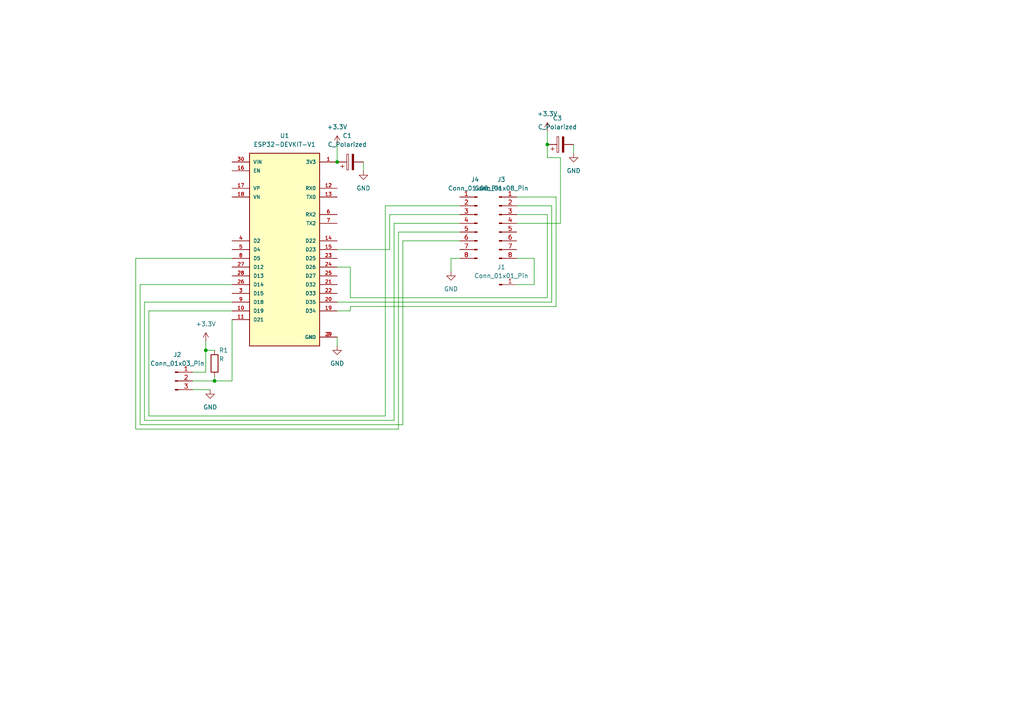
<source format=kicad_sch>
(kicad_sch (version 20230121) (generator eeschema)

  (uuid 57215bcd-06c0-4a2f-862b-6be181b216c0)

  (paper "A4")

  (lib_symbols
    (symbol "Connector:Conn_01x01_Pin" (pin_names (offset 1.016) hide) (in_bom yes) (on_board yes)
      (property "Reference" "J" (at 0 2.54 0)
        (effects (font (size 1.27 1.27)))
      )
      (property "Value" "Conn_01x01_Pin" (at 0 -2.54 0)
        (effects (font (size 1.27 1.27)))
      )
      (property "Footprint" "" (at 0 0 0)
        (effects (font (size 1.27 1.27)) hide)
      )
      (property "Datasheet" "~" (at 0 0 0)
        (effects (font (size 1.27 1.27)) hide)
      )
      (property "ki_locked" "" (at 0 0 0)
        (effects (font (size 1.27 1.27)))
      )
      (property "ki_keywords" "connector" (at 0 0 0)
        (effects (font (size 1.27 1.27)) hide)
      )
      (property "ki_description" "Generic connector, single row, 01x01, script generated" (at 0 0 0)
        (effects (font (size 1.27 1.27)) hide)
      )
      (property "ki_fp_filters" "Connector*:*_1x??_*" (at 0 0 0)
        (effects (font (size 1.27 1.27)) hide)
      )
      (symbol "Conn_01x01_Pin_1_1"
        (polyline
          (pts
            (xy 1.27 0)
            (xy 0.8636 0)
          )
          (stroke (width 0.1524) (type default))
          (fill (type none))
        )
        (rectangle (start 0.8636 0.127) (end 0 -0.127)
          (stroke (width 0.1524) (type default))
          (fill (type outline))
        )
        (pin passive line (at 5.08 0 180) (length 3.81)
          (name "Pin_1" (effects (font (size 1.27 1.27))))
          (number "1" (effects (font (size 1.27 1.27))))
        )
      )
    )
    (symbol "Connector:Conn_01x03_Pin" (pin_names (offset 1.016) hide) (in_bom yes) (on_board yes)
      (property "Reference" "J" (at 0 5.08 0)
        (effects (font (size 1.27 1.27)))
      )
      (property "Value" "Conn_01x03_Pin" (at 0 -5.08 0)
        (effects (font (size 1.27 1.27)))
      )
      (property "Footprint" "" (at 0 0 0)
        (effects (font (size 1.27 1.27)) hide)
      )
      (property "Datasheet" "~" (at 0 0 0)
        (effects (font (size 1.27 1.27)) hide)
      )
      (property "ki_locked" "" (at 0 0 0)
        (effects (font (size 1.27 1.27)))
      )
      (property "ki_keywords" "connector" (at 0 0 0)
        (effects (font (size 1.27 1.27)) hide)
      )
      (property "ki_description" "Generic connector, single row, 01x03, script generated" (at 0 0 0)
        (effects (font (size 1.27 1.27)) hide)
      )
      (property "ki_fp_filters" "Connector*:*_1x??_*" (at 0 0 0)
        (effects (font (size 1.27 1.27)) hide)
      )
      (symbol "Conn_01x03_Pin_1_1"
        (polyline
          (pts
            (xy 1.27 -2.54)
            (xy 0.8636 -2.54)
          )
          (stroke (width 0.1524) (type default))
          (fill (type none))
        )
        (polyline
          (pts
            (xy 1.27 0)
            (xy 0.8636 0)
          )
          (stroke (width 0.1524) (type default))
          (fill (type none))
        )
        (polyline
          (pts
            (xy 1.27 2.54)
            (xy 0.8636 2.54)
          )
          (stroke (width 0.1524) (type default))
          (fill (type none))
        )
        (rectangle (start 0.8636 -2.413) (end 0 -2.667)
          (stroke (width 0.1524) (type default))
          (fill (type outline))
        )
        (rectangle (start 0.8636 0.127) (end 0 -0.127)
          (stroke (width 0.1524) (type default))
          (fill (type outline))
        )
        (rectangle (start 0.8636 2.667) (end 0 2.413)
          (stroke (width 0.1524) (type default))
          (fill (type outline))
        )
        (pin passive line (at 5.08 2.54 180) (length 3.81)
          (name "Pin_1" (effects (font (size 1.27 1.27))))
          (number "1" (effects (font (size 1.27 1.27))))
        )
        (pin passive line (at 5.08 0 180) (length 3.81)
          (name "Pin_2" (effects (font (size 1.27 1.27))))
          (number "2" (effects (font (size 1.27 1.27))))
        )
        (pin passive line (at 5.08 -2.54 180) (length 3.81)
          (name "Pin_3" (effects (font (size 1.27 1.27))))
          (number "3" (effects (font (size 1.27 1.27))))
        )
      )
    )
    (symbol "Connector:Conn_01x08_Pin" (pin_names (offset 1.016) hide) (in_bom yes) (on_board yes)
      (property "Reference" "J" (at 0 10.16 0)
        (effects (font (size 1.27 1.27)))
      )
      (property "Value" "Conn_01x08_Pin" (at 0 -12.7 0)
        (effects (font (size 1.27 1.27)))
      )
      (property "Footprint" "" (at 0 0 0)
        (effects (font (size 1.27 1.27)) hide)
      )
      (property "Datasheet" "~" (at 0 0 0)
        (effects (font (size 1.27 1.27)) hide)
      )
      (property "ki_locked" "" (at 0 0 0)
        (effects (font (size 1.27 1.27)))
      )
      (property "ki_keywords" "connector" (at 0 0 0)
        (effects (font (size 1.27 1.27)) hide)
      )
      (property "ki_description" "Generic connector, single row, 01x08, script generated" (at 0 0 0)
        (effects (font (size 1.27 1.27)) hide)
      )
      (property "ki_fp_filters" "Connector*:*_1x??_*" (at 0 0 0)
        (effects (font (size 1.27 1.27)) hide)
      )
      (symbol "Conn_01x08_Pin_1_1"
        (polyline
          (pts
            (xy 1.27 -10.16)
            (xy 0.8636 -10.16)
          )
          (stroke (width 0.1524) (type default))
          (fill (type none))
        )
        (polyline
          (pts
            (xy 1.27 -7.62)
            (xy 0.8636 -7.62)
          )
          (stroke (width 0.1524) (type default))
          (fill (type none))
        )
        (polyline
          (pts
            (xy 1.27 -5.08)
            (xy 0.8636 -5.08)
          )
          (stroke (width 0.1524) (type default))
          (fill (type none))
        )
        (polyline
          (pts
            (xy 1.27 -2.54)
            (xy 0.8636 -2.54)
          )
          (stroke (width 0.1524) (type default))
          (fill (type none))
        )
        (polyline
          (pts
            (xy 1.27 0)
            (xy 0.8636 0)
          )
          (stroke (width 0.1524) (type default))
          (fill (type none))
        )
        (polyline
          (pts
            (xy 1.27 2.54)
            (xy 0.8636 2.54)
          )
          (stroke (width 0.1524) (type default))
          (fill (type none))
        )
        (polyline
          (pts
            (xy 1.27 5.08)
            (xy 0.8636 5.08)
          )
          (stroke (width 0.1524) (type default))
          (fill (type none))
        )
        (polyline
          (pts
            (xy 1.27 7.62)
            (xy 0.8636 7.62)
          )
          (stroke (width 0.1524) (type default))
          (fill (type none))
        )
        (rectangle (start 0.8636 -10.033) (end 0 -10.287)
          (stroke (width 0.1524) (type default))
          (fill (type outline))
        )
        (rectangle (start 0.8636 -7.493) (end 0 -7.747)
          (stroke (width 0.1524) (type default))
          (fill (type outline))
        )
        (rectangle (start 0.8636 -4.953) (end 0 -5.207)
          (stroke (width 0.1524) (type default))
          (fill (type outline))
        )
        (rectangle (start 0.8636 -2.413) (end 0 -2.667)
          (stroke (width 0.1524) (type default))
          (fill (type outline))
        )
        (rectangle (start 0.8636 0.127) (end 0 -0.127)
          (stroke (width 0.1524) (type default))
          (fill (type outline))
        )
        (rectangle (start 0.8636 2.667) (end 0 2.413)
          (stroke (width 0.1524) (type default))
          (fill (type outline))
        )
        (rectangle (start 0.8636 5.207) (end 0 4.953)
          (stroke (width 0.1524) (type default))
          (fill (type outline))
        )
        (rectangle (start 0.8636 7.747) (end 0 7.493)
          (stroke (width 0.1524) (type default))
          (fill (type outline))
        )
        (pin passive line (at 5.08 7.62 180) (length 3.81)
          (name "Pin_1" (effects (font (size 1.27 1.27))))
          (number "1" (effects (font (size 1.27 1.27))))
        )
        (pin passive line (at 5.08 5.08 180) (length 3.81)
          (name "Pin_2" (effects (font (size 1.27 1.27))))
          (number "2" (effects (font (size 1.27 1.27))))
        )
        (pin passive line (at 5.08 2.54 180) (length 3.81)
          (name "Pin_3" (effects (font (size 1.27 1.27))))
          (number "3" (effects (font (size 1.27 1.27))))
        )
        (pin passive line (at 5.08 0 180) (length 3.81)
          (name "Pin_4" (effects (font (size 1.27 1.27))))
          (number "4" (effects (font (size 1.27 1.27))))
        )
        (pin passive line (at 5.08 -2.54 180) (length 3.81)
          (name "Pin_5" (effects (font (size 1.27 1.27))))
          (number "5" (effects (font (size 1.27 1.27))))
        )
        (pin passive line (at 5.08 -5.08 180) (length 3.81)
          (name "Pin_6" (effects (font (size 1.27 1.27))))
          (number "6" (effects (font (size 1.27 1.27))))
        )
        (pin passive line (at 5.08 -7.62 180) (length 3.81)
          (name "Pin_7" (effects (font (size 1.27 1.27))))
          (number "7" (effects (font (size 1.27 1.27))))
        )
        (pin passive line (at 5.08 -10.16 180) (length 3.81)
          (name "Pin_8" (effects (font (size 1.27 1.27))))
          (number "8" (effects (font (size 1.27 1.27))))
        )
      )
    )
    (symbol "Device:C_Polarized" (pin_numbers hide) (pin_names (offset 0.254)) (in_bom yes) (on_board yes)
      (property "Reference" "C" (at 0.635 2.54 0)
        (effects (font (size 1.27 1.27)) (justify left))
      )
      (property "Value" "C_Polarized" (at 0.635 -2.54 0)
        (effects (font (size 1.27 1.27)) (justify left))
      )
      (property "Footprint" "" (at 0.9652 -3.81 0)
        (effects (font (size 1.27 1.27)) hide)
      )
      (property "Datasheet" "~" (at 0 0 0)
        (effects (font (size 1.27 1.27)) hide)
      )
      (property "ki_keywords" "cap capacitor" (at 0 0 0)
        (effects (font (size 1.27 1.27)) hide)
      )
      (property "ki_description" "Polarized capacitor" (at 0 0 0)
        (effects (font (size 1.27 1.27)) hide)
      )
      (property "ki_fp_filters" "CP_*" (at 0 0 0)
        (effects (font (size 1.27 1.27)) hide)
      )
      (symbol "C_Polarized_0_1"
        (rectangle (start -2.286 0.508) (end 2.286 1.016)
          (stroke (width 0) (type default))
          (fill (type none))
        )
        (polyline
          (pts
            (xy -1.778 2.286)
            (xy -0.762 2.286)
          )
          (stroke (width 0) (type default))
          (fill (type none))
        )
        (polyline
          (pts
            (xy -1.27 2.794)
            (xy -1.27 1.778)
          )
          (stroke (width 0) (type default))
          (fill (type none))
        )
        (rectangle (start 2.286 -0.508) (end -2.286 -1.016)
          (stroke (width 0) (type default))
          (fill (type outline))
        )
      )
      (symbol "C_Polarized_1_1"
        (pin passive line (at 0 3.81 270) (length 2.794)
          (name "~" (effects (font (size 1.27 1.27))))
          (number "1" (effects (font (size 1.27 1.27))))
        )
        (pin passive line (at 0 -3.81 90) (length 2.794)
          (name "~" (effects (font (size 1.27 1.27))))
          (number "2" (effects (font (size 1.27 1.27))))
        )
      )
    )
    (symbol "Device:R" (pin_numbers hide) (pin_names (offset 0)) (in_bom yes) (on_board yes)
      (property "Reference" "R" (at 2.032 0 90)
        (effects (font (size 1.27 1.27)))
      )
      (property "Value" "R" (at 0 0 90)
        (effects (font (size 1.27 1.27)))
      )
      (property "Footprint" "" (at -1.778 0 90)
        (effects (font (size 1.27 1.27)) hide)
      )
      (property "Datasheet" "~" (at 0 0 0)
        (effects (font (size 1.27 1.27)) hide)
      )
      (property "ki_keywords" "R res resistor" (at 0 0 0)
        (effects (font (size 1.27 1.27)) hide)
      )
      (property "ki_description" "Resistor" (at 0 0 0)
        (effects (font (size 1.27 1.27)) hide)
      )
      (property "ki_fp_filters" "R_*" (at 0 0 0)
        (effects (font (size 1.27 1.27)) hide)
      )
      (symbol "R_0_1"
        (rectangle (start -1.016 -2.54) (end 1.016 2.54)
          (stroke (width 0.254) (type default))
          (fill (type none))
        )
      )
      (symbol "R_1_1"
        (pin passive line (at 0 3.81 270) (length 1.27)
          (name "~" (effects (font (size 1.27 1.27))))
          (number "1" (effects (font (size 1.27 1.27))))
        )
        (pin passive line (at 0 -3.81 90) (length 1.27)
          (name "~" (effects (font (size 1.27 1.27))))
          (number "2" (effects (font (size 1.27 1.27))))
        )
      )
    )
    (symbol "ESP32-DEVKIT-V1:ESP32-DEVKIT-V1" (pin_names (offset 1.016)) (in_bom yes) (on_board yes)
      (property "Reference" "U" (at -10.16 30.48 0)
        (effects (font (size 1.27 1.27)) (justify left top))
      )
      (property "Value" "ESP32-DEVKIT-V1" (at -10.16 -30.48 0)
        (effects (font (size 1.27 1.27)) (justify left bottom))
      )
      (property "Footprint" "ESP32-DEVKIT-V1:MODULE_ESP32_DEVKIT_V1" (at 0 0 0)
        (effects (font (size 1.27 1.27)) (justify bottom) hide)
      )
      (property "Datasheet" "" (at 0 0 0)
        (effects (font (size 1.27 1.27)) hide)
      )
      (property "MF" "Do it" (at 0 0 0)
        (effects (font (size 1.27 1.27)) (justify bottom) hide)
      )
      (property "MAXIMUM_PACKAGE_HEIGHT" "6.8 mm" (at 0 0 0)
        (effects (font (size 1.27 1.27)) (justify bottom) hide)
      )
      (property "Package" "None" (at 0 0 0)
        (effects (font (size 1.27 1.27)) (justify bottom) hide)
      )
      (property "Price" "None" (at 0 0 0)
        (effects (font (size 1.27 1.27)) (justify bottom) hide)
      )
      (property "Check_prices" "https://www.snapeda.com/parts/ESP32-DEVKIT-V1/Do+it/view-part/?ref=eda" (at 0 0 0)
        (effects (font (size 1.27 1.27)) (justify bottom) hide)
      )
      (property "STANDARD" "Manufacturer Recommendations" (at 0 0 0)
        (effects (font (size 1.27 1.27)) (justify bottom) hide)
      )
      (property "PARTREV" "N/A" (at 0 0 0)
        (effects (font (size 1.27 1.27)) (justify bottom) hide)
      )
      (property "SnapEDA_Link" "https://www.snapeda.com/parts/ESP32-DEVKIT-V1/Do+it/view-part/?ref=snap" (at 0 0 0)
        (effects (font (size 1.27 1.27)) (justify bottom) hide)
      )
      (property "MP" "ESP32-DEVKIT-V1" (at 0 0 0)
        (effects (font (size 1.27 1.27)) (justify bottom) hide)
      )
      (property "Description" "\nDual core, Wi-Fi: 2.4 GHz up to 150 Mbits/s,BLE (Bluetooth Low Energy) and legacy Bluetooth, 32 bits, Up to 240 MHz\n" (at 0 0 0)
        (effects (font (size 1.27 1.27)) (justify bottom) hide)
      )
      (property "Availability" "Not in stock" (at 0 0 0)
        (effects (font (size 1.27 1.27)) (justify bottom) hide)
      )
      (property "MANUFACTURER" "DOIT" (at 0 0 0)
        (effects (font (size 1.27 1.27)) (justify bottom) hide)
      )
      (symbol "ESP32-DEVKIT-V1_0_0"
        (rectangle (start -10.16 -27.94) (end 10.16 27.94)
          (stroke (width 0.254) (type default))
          (fill (type background))
        )
        (pin output line (at 15.24 25.4 180) (length 5.08)
          (name "3V3" (effects (font (size 1.016 1.016))))
          (number "1" (effects (font (size 1.016 1.016))))
        )
        (pin bidirectional line (at -15.24 -17.78 0) (length 5.08)
          (name "D19" (effects (font (size 1.016 1.016))))
          (number "10" (effects (font (size 1.016 1.016))))
        )
        (pin bidirectional line (at -15.24 -20.32 0) (length 5.08)
          (name "D21" (effects (font (size 1.016 1.016))))
          (number "11" (effects (font (size 1.016 1.016))))
        )
        (pin input line (at 15.24 17.78 180) (length 5.08)
          (name "RX0" (effects (font (size 1.016 1.016))))
          (number "12" (effects (font (size 1.016 1.016))))
        )
        (pin output line (at 15.24 15.24 180) (length 5.08)
          (name "TX0" (effects (font (size 1.016 1.016))))
          (number "13" (effects (font (size 1.016 1.016))))
        )
        (pin bidirectional line (at 15.24 2.54 180) (length 5.08)
          (name "D22" (effects (font (size 1.016 1.016))))
          (number "14" (effects (font (size 1.016 1.016))))
        )
        (pin bidirectional line (at 15.24 0 180) (length 5.08)
          (name "D23" (effects (font (size 1.016 1.016))))
          (number "15" (effects (font (size 1.016 1.016))))
        )
        (pin input line (at -15.24 22.86 0) (length 5.08)
          (name "EN" (effects (font (size 1.016 1.016))))
          (number "16" (effects (font (size 1.016 1.016))))
        )
        (pin bidirectional line (at -15.24 17.78 0) (length 5.08)
          (name "VP" (effects (font (size 1.016 1.016))))
          (number "17" (effects (font (size 1.016 1.016))))
        )
        (pin bidirectional line (at -15.24 15.24 0) (length 5.08)
          (name "VN" (effects (font (size 1.016 1.016))))
          (number "18" (effects (font (size 1.016 1.016))))
        )
        (pin bidirectional line (at 15.24 -17.78 180) (length 5.08)
          (name "D34" (effects (font (size 1.016 1.016))))
          (number "19" (effects (font (size 1.016 1.016))))
        )
        (pin power_in line (at 15.24 -25.4 180) (length 5.08)
          (name "GND" (effects (font (size 1.016 1.016))))
          (number "2" (effects (font (size 1.016 1.016))))
        )
        (pin bidirectional line (at 15.24 -15.24 180) (length 5.08)
          (name "D35" (effects (font (size 1.016 1.016))))
          (number "20" (effects (font (size 1.016 1.016))))
        )
        (pin bidirectional line (at 15.24 -10.16 180) (length 5.08)
          (name "D32" (effects (font (size 1.016 1.016))))
          (number "21" (effects (font (size 1.016 1.016))))
        )
        (pin bidirectional line (at 15.24 -12.7 180) (length 5.08)
          (name "D33" (effects (font (size 1.016 1.016))))
          (number "22" (effects (font (size 1.016 1.016))))
        )
        (pin bidirectional line (at 15.24 -2.54 180) (length 5.08)
          (name "D25" (effects (font (size 1.016 1.016))))
          (number "23" (effects (font (size 1.016 1.016))))
        )
        (pin bidirectional line (at 15.24 -5.08 180) (length 5.08)
          (name "D26" (effects (font (size 1.016 1.016))))
          (number "24" (effects (font (size 1.016 1.016))))
        )
        (pin bidirectional line (at 15.24 -7.62 180) (length 5.08)
          (name "D27" (effects (font (size 1.016 1.016))))
          (number "25" (effects (font (size 1.016 1.016))))
        )
        (pin bidirectional line (at -15.24 -10.16 0) (length 5.08)
          (name "D14" (effects (font (size 1.016 1.016))))
          (number "26" (effects (font (size 1.016 1.016))))
        )
        (pin bidirectional line (at -15.24 -5.08 0) (length 5.08)
          (name "D12" (effects (font (size 1.016 1.016))))
          (number "27" (effects (font (size 1.016 1.016))))
        )
        (pin bidirectional line (at -15.24 -7.62 0) (length 5.08)
          (name "D13" (effects (font (size 1.016 1.016))))
          (number "28" (effects (font (size 1.016 1.016))))
        )
        (pin power_in line (at 15.24 -25.4 180) (length 5.08)
          (name "GND" (effects (font (size 1.016 1.016))))
          (number "29" (effects (font (size 1.016 1.016))))
        )
        (pin bidirectional line (at -15.24 -12.7 0) (length 5.08)
          (name "D15" (effects (font (size 1.016 1.016))))
          (number "3" (effects (font (size 1.016 1.016))))
        )
        (pin input line (at -15.24 25.4 0) (length 5.08)
          (name "VIN" (effects (font (size 1.016 1.016))))
          (number "30" (effects (font (size 1.016 1.016))))
        )
        (pin bidirectional line (at -15.24 2.54 0) (length 5.08)
          (name "D2" (effects (font (size 1.016 1.016))))
          (number "4" (effects (font (size 1.016 1.016))))
        )
        (pin bidirectional line (at -15.24 0 0) (length 5.08)
          (name "D4" (effects (font (size 1.016 1.016))))
          (number "5" (effects (font (size 1.016 1.016))))
        )
        (pin input line (at 15.24 10.16 180) (length 5.08)
          (name "RX2" (effects (font (size 1.016 1.016))))
          (number "6" (effects (font (size 1.016 1.016))))
        )
        (pin output line (at 15.24 7.62 180) (length 5.08)
          (name "TX2" (effects (font (size 1.016 1.016))))
          (number "7" (effects (font (size 1.016 1.016))))
        )
        (pin bidirectional line (at -15.24 -2.54 0) (length 5.08)
          (name "D5" (effects (font (size 1.016 1.016))))
          (number "8" (effects (font (size 1.016 1.016))))
        )
        (pin bidirectional line (at -15.24 -15.24 0) (length 5.08)
          (name "D18" (effects (font (size 1.016 1.016))))
          (number "9" (effects (font (size 1.016 1.016))))
        )
      )
    )
    (symbol "power:+3.3V" (power) (pin_names (offset 0)) (in_bom yes) (on_board yes)
      (property "Reference" "#PWR" (at 0 -3.81 0)
        (effects (font (size 1.27 1.27)) hide)
      )
      (property "Value" "+3.3V" (at 0 3.556 0)
        (effects (font (size 1.27 1.27)))
      )
      (property "Footprint" "" (at 0 0 0)
        (effects (font (size 1.27 1.27)) hide)
      )
      (property "Datasheet" "" (at 0 0 0)
        (effects (font (size 1.27 1.27)) hide)
      )
      (property "ki_keywords" "global power" (at 0 0 0)
        (effects (font (size 1.27 1.27)) hide)
      )
      (property "ki_description" "Power symbol creates a global label with name \"+3.3V\"" (at 0 0 0)
        (effects (font (size 1.27 1.27)) hide)
      )
      (symbol "+3.3V_0_1"
        (polyline
          (pts
            (xy -0.762 1.27)
            (xy 0 2.54)
          )
          (stroke (width 0) (type default))
          (fill (type none))
        )
        (polyline
          (pts
            (xy 0 0)
            (xy 0 2.54)
          )
          (stroke (width 0) (type default))
          (fill (type none))
        )
        (polyline
          (pts
            (xy 0 2.54)
            (xy 0.762 1.27)
          )
          (stroke (width 0) (type default))
          (fill (type none))
        )
      )
      (symbol "+3.3V_1_1"
        (pin power_in line (at 0 0 90) (length 0) hide
          (name "+3.3V" (effects (font (size 1.27 1.27))))
          (number "1" (effects (font (size 1.27 1.27))))
        )
      )
    )
    (symbol "power:GND" (power) (pin_names (offset 0)) (in_bom yes) (on_board yes)
      (property "Reference" "#PWR" (at 0 -6.35 0)
        (effects (font (size 1.27 1.27)) hide)
      )
      (property "Value" "GND" (at 0 -3.81 0)
        (effects (font (size 1.27 1.27)))
      )
      (property "Footprint" "" (at 0 0 0)
        (effects (font (size 1.27 1.27)) hide)
      )
      (property "Datasheet" "" (at 0 0 0)
        (effects (font (size 1.27 1.27)) hide)
      )
      (property "ki_keywords" "global power" (at 0 0 0)
        (effects (font (size 1.27 1.27)) hide)
      )
      (property "ki_description" "Power symbol creates a global label with name \"GND\" , ground" (at 0 0 0)
        (effects (font (size 1.27 1.27)) hide)
      )
      (symbol "GND_0_1"
        (polyline
          (pts
            (xy 0 0)
            (xy 0 -1.27)
            (xy 1.27 -1.27)
            (xy 0 -2.54)
            (xy -1.27 -1.27)
            (xy 0 -1.27)
          )
          (stroke (width 0) (type default))
          (fill (type none))
        )
      )
      (symbol "GND_1_1"
        (pin power_in line (at 0 0 270) (length 0) hide
          (name "GND" (effects (font (size 1.27 1.27))))
          (number "1" (effects (font (size 1.27 1.27))))
        )
      )
    )
  )

  (junction (at 59.69 101.6) (diameter 0) (color 0 0 0 0)
    (uuid 108fe6a6-1832-4ddb-8e32-6b1b15f8f094)
  )
  (junction (at 158.75 41.91) (diameter 0) (color 0 0 0 0)
    (uuid 844906d1-380f-4fc4-aebd-43ded55776f1)
  )
  (junction (at 97.79 46.99) (diameter 0) (color 0 0 0 0)
    (uuid 8d7e9782-85df-4c2f-bd44-057390c5159b)
  )
  (junction (at 62.23 110.49) (diameter 0) (color 0 0 0 0)
    (uuid e3978f25-2c5f-4442-a020-e8aa81707624)
  )

  (wire (pts (xy 59.69 101.6) (xy 62.23 101.6))
    (stroke (width 0) (type default))
    (uuid 031d1ebe-2a6d-42d6-a5d1-717413c1fde8)
  )
  (wire (pts (xy 97.79 97.79) (xy 97.79 100.33))
    (stroke (width 0) (type default))
    (uuid 091e36fc-a2e9-4b78-b0ec-b950dbe75c2e)
  )
  (wire (pts (xy 161.29 57.15) (xy 161.29 88.9))
    (stroke (width 0) (type default))
    (uuid 0e5110aa-94d7-4747-9c25-7cbfd02526a0)
  )
  (wire (pts (xy 149.86 64.77) (xy 162.56 64.77))
    (stroke (width 0) (type default))
    (uuid 0fac9f41-a09d-4cf4-8fb3-51c704be307b)
  )
  (wire (pts (xy 166.37 41.91) (xy 166.37 44.45))
    (stroke (width 0) (type default))
    (uuid 13932f29-f39a-48c8-b4fa-e6259d6b5524)
  )
  (wire (pts (xy 43.18 120.65) (xy 111.76 120.65))
    (stroke (width 0) (type default))
    (uuid 156aa7b4-093e-46c6-9aa0-9993627b2f94)
  )
  (wire (pts (xy 149.86 62.23) (xy 158.75 62.23))
    (stroke (width 0) (type default))
    (uuid 1a40c4a1-9118-4947-b41d-f088730e5f80)
  )
  (wire (pts (xy 158.75 41.91) (xy 158.75 45.72))
    (stroke (width 0) (type default))
    (uuid 1e058a37-f8ac-4238-9ce4-270e88602a57)
  )
  (wire (pts (xy 67.31 90.17) (xy 43.18 90.17))
    (stroke (width 0) (type default))
    (uuid 1eedc7e8-0b4d-4446-a98c-1f7fdcf801f1)
  )
  (wire (pts (xy 55.88 107.95) (xy 59.69 107.95))
    (stroke (width 0) (type default))
    (uuid 1fb9c09a-081a-4197-9ec8-2b8247ae4c3a)
  )
  (wire (pts (xy 115.57 67.31) (xy 133.35 67.31))
    (stroke (width 0) (type default))
    (uuid 225039be-5988-4b80-b96b-d9090920c420)
  )
  (wire (pts (xy 62.23 109.22) (xy 62.23 110.49))
    (stroke (width 0) (type default))
    (uuid 23a78a9e-8b66-411f-bcf2-ba987db2d35f)
  )
  (wire (pts (xy 158.75 38.1) (xy 158.75 41.91))
    (stroke (width 0) (type default))
    (uuid 256c3f63-db7d-4b60-b53e-7d323e12c8b0)
  )
  (wire (pts (xy 101.6 90.17) (xy 97.79 90.17))
    (stroke (width 0) (type default))
    (uuid 2801f5dd-f368-4c6b-88ca-1751917981a8)
  )
  (wire (pts (xy 97.79 41.91) (xy 97.79 46.99))
    (stroke (width 0) (type default))
    (uuid 28c82281-49f7-471a-8321-f3833c3de193)
  )
  (wire (pts (xy 67.31 74.93) (xy 39.37 74.93))
    (stroke (width 0) (type default))
    (uuid 2a100dd7-64d1-411c-a64b-b3a5e3c4b85b)
  )
  (wire (pts (xy 116.84 69.85) (xy 133.35 69.85))
    (stroke (width 0) (type default))
    (uuid 34380086-78dd-487b-afa8-0a334c6ed103)
  )
  (wire (pts (xy 39.37 124.46) (xy 115.57 124.46))
    (stroke (width 0) (type default))
    (uuid 34441944-912c-4b05-a2ad-1e63e3128ad4)
  )
  (wire (pts (xy 55.88 113.03) (xy 60.96 113.03))
    (stroke (width 0) (type default))
    (uuid 37144aa0-0b50-4411-9a49-f65640ce3638)
  )
  (wire (pts (xy 130.81 74.93) (xy 130.81 78.74))
    (stroke (width 0) (type default))
    (uuid 372e5e9a-ceae-495e-989e-67873bccd158)
  )
  (wire (pts (xy 158.75 62.23) (xy 158.75 86.36))
    (stroke (width 0) (type default))
    (uuid 38223e59-099b-4fa0-bfcf-d89f0e07ec40)
  )
  (wire (pts (xy 149.86 59.69) (xy 160.02 59.69))
    (stroke (width 0) (type default))
    (uuid 3ae02304-f22e-4752-bb97-5ec8c6dc7f91)
  )
  (wire (pts (xy 111.76 59.69) (xy 133.35 59.69))
    (stroke (width 0) (type default))
    (uuid 3eac764e-d7a6-4cb7-ad84-161e168da15b)
  )
  (wire (pts (xy 113.03 62.23) (xy 133.35 62.23))
    (stroke (width 0) (type default))
    (uuid 3f3d71dc-bd03-49d0-949c-d99bd827e20a)
  )
  (wire (pts (xy 43.18 90.17) (xy 43.18 120.65))
    (stroke (width 0) (type default))
    (uuid 4034c632-3415-4fe0-81d1-3df534670aac)
  )
  (wire (pts (xy 59.69 101.6) (xy 59.69 107.95))
    (stroke (width 0) (type default))
    (uuid 43127868-b7bd-4a77-8612-277f70dfcc00)
  )
  (wire (pts (xy 114.3 64.77) (xy 133.35 64.77))
    (stroke (width 0) (type default))
    (uuid 486c7ca4-94f7-4335-b422-c36b9306adcf)
  )
  (wire (pts (xy 67.31 110.49) (xy 62.23 110.49))
    (stroke (width 0) (type default))
    (uuid 4fe936b2-3e3e-4f97-b41e-148ba371ee63)
  )
  (wire (pts (xy 101.6 86.36) (xy 158.75 86.36))
    (stroke (width 0) (type default))
    (uuid 51f1be99-cd38-4c51-a498-477a804ed380)
  )
  (wire (pts (xy 154.94 82.55) (xy 149.86 82.55))
    (stroke (width 0) (type default))
    (uuid 52c6f2ab-176e-46ca-a6e4-7b42ec5c6339)
  )
  (wire (pts (xy 41.91 87.63) (xy 41.91 121.92))
    (stroke (width 0) (type default))
    (uuid 55e8e0c8-34a7-4252-a244-e2c562026a24)
  )
  (wire (pts (xy 162.56 64.77) (xy 162.56 45.72))
    (stroke (width 0) (type default))
    (uuid 565e6c80-39ce-4f37-8cf5-a6f2fffb3f25)
  )
  (wire (pts (xy 97.79 72.39) (xy 113.03 72.39))
    (stroke (width 0) (type default))
    (uuid 56b1cdb4-b55a-41e0-814f-adc4f7399355)
  )
  (wire (pts (xy 114.3 121.92) (xy 114.3 64.77))
    (stroke (width 0) (type default))
    (uuid 572b71e6-9425-44d3-8a14-115417675bf6)
  )
  (wire (pts (xy 111.76 120.65) (xy 111.76 59.69))
    (stroke (width 0) (type default))
    (uuid 5c7a9c82-050d-4b52-957c-e813d5b1c85f)
  )
  (wire (pts (xy 62.23 110.49) (xy 55.88 110.49))
    (stroke (width 0) (type default))
    (uuid 6245c0a6-6e15-4c56-9790-28486db1d345)
  )
  (wire (pts (xy 162.56 45.72) (xy 158.75 45.72))
    (stroke (width 0) (type default))
    (uuid 67d54ca0-2fa6-41c2-89ad-0fd22acc8d71)
  )
  (wire (pts (xy 113.03 72.39) (xy 113.03 62.23))
    (stroke (width 0) (type default))
    (uuid 6ce0a24e-a4f3-41f5-a0ef-510479beda1f)
  )
  (wire (pts (xy 67.31 92.71) (xy 67.31 110.49))
    (stroke (width 0) (type default))
    (uuid 6fc6245a-d69b-4e80-ba6f-41989b30f445)
  )
  (wire (pts (xy 133.35 74.93) (xy 130.81 74.93))
    (stroke (width 0) (type default))
    (uuid 765fae71-f0dd-4dde-afb0-d000efbfe5cd)
  )
  (wire (pts (xy 40.64 123.19) (xy 40.64 82.55))
    (stroke (width 0) (type default))
    (uuid 780597b8-3b07-499d-be2a-d7a694df48d2)
  )
  (wire (pts (xy 154.94 74.93) (xy 154.94 82.55))
    (stroke (width 0) (type default))
    (uuid 80929d00-5b15-4b28-86e4-ba7badedd697)
  )
  (wire (pts (xy 101.6 86.36) (xy 101.6 77.47))
    (stroke (width 0) (type default))
    (uuid 82ca1111-3f0a-4919-86ba-76d92a07ed4b)
  )
  (wire (pts (xy 39.37 74.93) (xy 39.37 124.46))
    (stroke (width 0) (type default))
    (uuid 916462f8-07df-435b-9d21-fd6e8ef32896)
  )
  (wire (pts (xy 160.02 59.69) (xy 160.02 87.63))
    (stroke (width 0) (type default))
    (uuid 9411b900-0c64-4b9a-8214-9822f37355b2)
  )
  (wire (pts (xy 115.57 124.46) (xy 115.57 67.31))
    (stroke (width 0) (type default))
    (uuid 9ae1271c-4920-4673-9ad9-533aaf5bc707)
  )
  (wire (pts (xy 41.91 121.92) (xy 114.3 121.92))
    (stroke (width 0) (type default))
    (uuid a1f4bd61-9cd4-401e-8f14-ffca8422e4d1)
  )
  (wire (pts (xy 59.69 99.06) (xy 59.69 101.6))
    (stroke (width 0) (type default))
    (uuid aca50835-a6f1-46bd-be7d-21eaa2c2cf77)
  )
  (wire (pts (xy 105.41 46.99) (xy 105.41 49.53))
    (stroke (width 0) (type default))
    (uuid b24404d3-defa-4bc6-97da-f89b01727864)
  )
  (wire (pts (xy 101.6 88.9) (xy 101.6 90.17))
    (stroke (width 0) (type default))
    (uuid b5849b20-f279-40ae-ad7e-cd8b72835ed0)
  )
  (wire (pts (xy 149.86 74.93) (xy 154.94 74.93))
    (stroke (width 0) (type default))
    (uuid c0334bf4-76b2-419c-9dd6-46fb605df9be)
  )
  (wire (pts (xy 101.6 77.47) (xy 97.79 77.47))
    (stroke (width 0) (type default))
    (uuid c036b20a-4cb5-463e-abc8-d7915db01ff1)
  )
  (wire (pts (xy 67.31 87.63) (xy 41.91 87.63))
    (stroke (width 0) (type default))
    (uuid cdb2c53e-251e-45fa-b008-8a060a7fd5b1)
  )
  (wire (pts (xy 40.64 82.55) (xy 67.31 82.55))
    (stroke (width 0) (type default))
    (uuid d5636b2e-fd26-4131-a4f4-e25d0159858a)
  )
  (wire (pts (xy 116.84 123.19) (xy 40.64 123.19))
    (stroke (width 0) (type default))
    (uuid dc0831bd-6491-4d45-95a9-606925dc3d8f)
  )
  (wire (pts (xy 101.6 88.9) (xy 161.29 88.9))
    (stroke (width 0) (type default))
    (uuid e449d0ca-7a36-4017-b31d-f19860abe906)
  )
  (wire (pts (xy 149.86 57.15) (xy 161.29 57.15))
    (stroke (width 0) (type default))
    (uuid e5818cff-025d-49ca-a76c-021c4275c6a2)
  )
  (wire (pts (xy 116.84 69.85) (xy 116.84 123.19))
    (stroke (width 0) (type default))
    (uuid e99bb50e-046d-4bc9-8ee2-b8aa7451cd64)
  )
  (wire (pts (xy 97.79 87.63) (xy 160.02 87.63))
    (stroke (width 0) (type default))
    (uuid ecc898de-d98a-4f4a-b42a-e494a9f9585e)
  )

  (symbol (lib_id "power:+3.3V") (at 59.69 99.06 0) (unit 1)
    (in_bom yes) (on_board yes) (dnp no) (fields_autoplaced)
    (uuid 0c2e41a3-57e9-45a7-9dd0-54d505e5a957)
    (property "Reference" "#PWR07" (at 59.69 102.87 0)
      (effects (font (size 1.27 1.27)) hide)
    )
    (property "Value" "+3.3V" (at 59.69 93.98 0)
      (effects (font (size 1.27 1.27)))
    )
    (property "Footprint" "" (at 59.69 99.06 0)
      (effects (font (size 1.27 1.27)) hide)
    )
    (property "Datasheet" "" (at 59.69 99.06 0)
      (effects (font (size 1.27 1.27)) hide)
    )
    (pin "1" (uuid 9d244b17-ac09-4fb4-ac5b-bb83d3410c78))
    (instances
      (project "ESP32LoraWAN"
        (path "/57215bcd-06c0-4a2f-862b-6be181b216c0"
          (reference "#PWR07") (unit 1)
        )
      )
    )
  )

  (symbol (lib_id "Device:R") (at 62.23 105.41 0) (unit 1)
    (in_bom yes) (on_board yes) (dnp no)
    (uuid 1197b390-85a9-41b1-a6dd-271f9d46ec25)
    (property "Reference" "R1" (at 63.5 101.6 0)
      (effects (font (size 1.27 1.27)) (justify left))
    )
    (property "Value" "R" (at 63.5 104.14 0)
      (effects (font (size 1.27 1.27)) (justify left))
    )
    (property "Footprint" "Resistor_THT:R_Axial_DIN0309_L9.0mm_D3.2mm_P5.08mm_Vertical" (at 60.452 105.41 90)
      (effects (font (size 1.27 1.27)) hide)
    )
    (property "Datasheet" "~" (at 62.23 105.41 0)
      (effects (font (size 1.27 1.27)) hide)
    )
    (pin "1" (uuid f6cf862c-e9f0-42cc-b9bf-675c2302a355))
    (pin "2" (uuid 13b326d5-374e-4a6f-af85-b4182db23b40))
    (instances
      (project "ESP32LoraWAN"
        (path "/57215bcd-06c0-4a2f-862b-6be181b216c0"
          (reference "R1") (unit 1)
        )
      )
    )
  )

  (symbol (lib_id "power:GND") (at 60.96 113.03 0) (unit 1)
    (in_bom yes) (on_board yes) (dnp no) (fields_autoplaced)
    (uuid 297b0708-be60-4e84-9e9b-62703bf6d06d)
    (property "Reference" "#PWR08" (at 60.96 119.38 0)
      (effects (font (size 1.27 1.27)) hide)
    )
    (property "Value" "GND" (at 60.96 118.11 0)
      (effects (font (size 1.27 1.27)))
    )
    (property "Footprint" "" (at 60.96 113.03 0)
      (effects (font (size 1.27 1.27)) hide)
    )
    (property "Datasheet" "" (at 60.96 113.03 0)
      (effects (font (size 1.27 1.27)) hide)
    )
    (pin "1" (uuid 8ba56738-2357-4054-a532-f91372eb6e03))
    (instances
      (project "ESP32LoraWAN"
        (path "/57215bcd-06c0-4a2f-862b-6be181b216c0"
          (reference "#PWR08") (unit 1)
        )
      )
    )
  )

  (symbol (lib_id "ESP32-DEVKIT-V1:ESP32-DEVKIT-V1") (at 82.55 72.39 0) (unit 1)
    (in_bom yes) (on_board yes) (dnp no) (fields_autoplaced)
    (uuid 4140f368-9e5d-453f-9281-521d05c2d604)
    (property "Reference" "U1" (at 82.55 39.37 0)
      (effects (font (size 1.27 1.27)))
    )
    (property "Value" "ESP32-DEVKIT-V1" (at 82.55 41.91 0)
      (effects (font (size 1.27 1.27)))
    )
    (property "Footprint" "ESP32-DEVKIT-V1:MODULE_ESP32_DEVKIT_V1" (at 82.55 72.39 0)
      (effects (font (size 1.27 1.27)) (justify bottom) hide)
    )
    (property "Datasheet" "" (at 82.55 72.39 0)
      (effects (font (size 1.27 1.27)) hide)
    )
    (property "MF" "Do it" (at 82.55 72.39 0)
      (effects (font (size 1.27 1.27)) (justify bottom) hide)
    )
    (property "MAXIMUM_PACKAGE_HEIGHT" "6.8 mm" (at 82.55 72.39 0)
      (effects (font (size 1.27 1.27)) (justify bottom) hide)
    )
    (property "Package" "None" (at 82.55 72.39 0)
      (effects (font (size 1.27 1.27)) (justify bottom) hide)
    )
    (property "Price" "None" (at 82.55 72.39 0)
      (effects (font (size 1.27 1.27)) (justify bottom) hide)
    )
    (property "Check_prices" "https://www.snapeda.com/parts/ESP32-DEVKIT-V1/Do+it/view-part/?ref=eda" (at 82.55 72.39 0)
      (effects (font (size 1.27 1.27)) (justify bottom) hide)
    )
    (property "STANDARD" "Manufacturer Recommendations" (at 82.55 72.39 0)
      (effects (font (size 1.27 1.27)) (justify bottom) hide)
    )
    (property "PARTREV" "N/A" (at 82.55 72.39 0)
      (effects (font (size 1.27 1.27)) (justify bottom) hide)
    )
    (property "SnapEDA_Link" "https://www.snapeda.com/parts/ESP32-DEVKIT-V1/Do+it/view-part/?ref=snap" (at 82.55 72.39 0)
      (effects (font (size 1.27 1.27)) (justify bottom) hide)
    )
    (property "MP" "ESP32-DEVKIT-V1" (at 82.55 72.39 0)
      (effects (font (size 1.27 1.27)) (justify bottom) hide)
    )
    (property "Description" "\nDual core, Wi-Fi: 2.4 GHz up to 150 Mbits/s,BLE (Bluetooth Low Energy) and legacy Bluetooth, 32 bits, Up to 240 MHz\n" (at 82.55 72.39 0)
      (effects (font (size 1.27 1.27)) (justify bottom) hide)
    )
    (property "Availability" "Not in stock" (at 82.55 72.39 0)
      (effects (font (size 1.27 1.27)) (justify bottom) hide)
    )
    (property "MANUFACTURER" "DOIT" (at 82.55 72.39 0)
      (effects (font (size 1.27 1.27)) (justify bottom) hide)
    )
    (pin "1" (uuid 46a5c4ca-fd57-4cb6-a25a-492e1c6fe317))
    (pin "10" (uuid 5ab73e2f-72a1-4451-a6be-f7d1a049133d))
    (pin "11" (uuid 2b5bd5dc-f9d8-4a91-ad55-f2610b7ed3e5))
    (pin "12" (uuid 466b6e3d-688b-4476-a5a0-a8bede8ca6c5))
    (pin "13" (uuid b1316958-bc81-4524-bc39-cfc9af05521e))
    (pin "14" (uuid 983ac78b-d41c-4fe8-8e66-dbf749c70c79))
    (pin "15" (uuid c7cfec7e-87ad-4bd3-bb92-adc7a2bf9d1e))
    (pin "16" (uuid 7c874720-4265-4ad9-a9fb-2273fea7a341))
    (pin "17" (uuid 58d6fdce-2d65-47ac-8915-f16cddc79bbb))
    (pin "18" (uuid 7476b379-4ad5-4494-8d19-f0c1b966714c))
    (pin "19" (uuid c0ddf155-8e0d-425c-ba3b-073d9a4f25d8))
    (pin "2" (uuid 682f9b80-5b6b-4758-b54f-0790832b6d54))
    (pin "20" (uuid 6abf97a2-c18a-45a0-b1a3-85e26529f372))
    (pin "21" (uuid d52222d0-ee23-45c3-864b-bd5ef47b6d48))
    (pin "22" (uuid 73df87a3-ddfc-4297-bcdb-b909f1726eaa))
    (pin "23" (uuid 361f2924-954f-4bf1-89bc-e48f93dcb5b3))
    (pin "24" (uuid c0002c53-b491-4908-8906-db52846b9497))
    (pin "25" (uuid 85d2bccf-e3bd-4ff8-ab52-2c54be8a6da0))
    (pin "26" (uuid d390f2b2-3f72-4d33-bda3-7af097cf7f58))
    (pin "27" (uuid 103ff24b-be1a-4957-ba70-2aee0f3444b6))
    (pin "28" (uuid 4c396d25-76a5-4559-bb14-2bdc707a6e07))
    (pin "29" (uuid e5064bf1-04e8-4995-aa52-f5f89edab428))
    (pin "3" (uuid d89cde34-70a3-48b9-bbcd-472da171e02f))
    (pin "30" (uuid ea8f6f4d-9c4f-419f-a90e-3ac0617d74b4))
    (pin "4" (uuid 0c6dbd56-2734-41ad-95a9-1b44fe3accdb))
    (pin "5" (uuid 56d24150-8c94-47e8-a9a6-4107c5c1ec35))
    (pin "6" (uuid 5d34fcb8-d80c-4c40-90b5-1a714f626e41))
    (pin "7" (uuid 8991dfce-3eb9-497e-9627-61710273a413))
    (pin "8" (uuid 580e9d06-5755-4b4c-be8e-2de302222043))
    (pin "9" (uuid 834ece46-98df-4560-a36b-5da588075d3f))
    (instances
      (project "ESP32LoraWAN"
        (path "/57215bcd-06c0-4a2f-862b-6be181b216c0"
          (reference "U1") (unit 1)
        )
      )
    )
  )

  (symbol (lib_id "power:GND") (at 130.81 78.74 0) (unit 1)
    (in_bom yes) (on_board yes) (dnp no) (fields_autoplaced)
    (uuid 4df7d17d-be9b-4ed9-91f7-c30208b1ae0d)
    (property "Reference" "#PWR011" (at 130.81 85.09 0)
      (effects (font (size 1.27 1.27)) hide)
    )
    (property "Value" "GND" (at 130.81 83.82 0)
      (effects (font (size 1.27 1.27)))
    )
    (property "Footprint" "" (at 130.81 78.74 0)
      (effects (font (size 1.27 1.27)) hide)
    )
    (property "Datasheet" "" (at 130.81 78.74 0)
      (effects (font (size 1.27 1.27)) hide)
    )
    (pin "1" (uuid f64a93cb-bc70-4e07-9882-589300792abe))
    (instances
      (project "ESP32LoraWAN"
        (path "/57215bcd-06c0-4a2f-862b-6be181b216c0"
          (reference "#PWR011") (unit 1)
        )
      )
    )
  )

  (symbol (lib_id "Connector:Conn_01x03_Pin") (at 50.8 110.49 0) (unit 1)
    (in_bom yes) (on_board yes) (dnp no) (fields_autoplaced)
    (uuid 637ddc17-ba91-406b-b15e-9bf2d09b68ac)
    (property "Reference" "J2" (at 51.435 102.87 0)
      (effects (font (size 1.27 1.27)))
    )
    (property "Value" "Conn_01x03_Pin" (at 51.435 105.41 0)
      (effects (font (size 1.27 1.27)))
    )
    (property "Footprint" "Connector_PinHeader_2.54mm:PinHeader_1x03_P2.54mm_Vertical" (at 50.8 110.49 0)
      (effects (font (size 1.27 1.27)) hide)
    )
    (property "Datasheet" "~" (at 50.8 110.49 0)
      (effects (font (size 1.27 1.27)) hide)
    )
    (pin "1" (uuid a4e28c09-65a0-4fd0-9c11-766a94539922))
    (pin "2" (uuid 819d2039-0cbf-4238-96d4-175da306d84d))
    (pin "3" (uuid 209a5c31-cbb3-4fba-b0f5-4b72280763c8))
    (instances
      (project "ESP32LoraWAN"
        (path "/57215bcd-06c0-4a2f-862b-6be181b216c0"
          (reference "J2") (unit 1)
        )
      )
    )
  )

  (symbol (lib_id "power:GND") (at 97.79 100.33 0) (unit 1)
    (in_bom yes) (on_board yes) (dnp no) (fields_autoplaced)
    (uuid 6a43f52f-340e-46b8-95bb-bfaa2ce73f26)
    (property "Reference" "#PWR03" (at 97.79 106.68 0)
      (effects (font (size 1.27 1.27)) hide)
    )
    (property "Value" "GND" (at 97.79 105.41 0)
      (effects (font (size 1.27 1.27)))
    )
    (property "Footprint" "" (at 97.79 100.33 0)
      (effects (font (size 1.27 1.27)) hide)
    )
    (property "Datasheet" "" (at 97.79 100.33 0)
      (effects (font (size 1.27 1.27)) hide)
    )
    (pin "1" (uuid 23028871-a298-4bd9-a0c2-aedc3bc06b42))
    (instances
      (project "ESP32LoraWAN"
        (path "/57215bcd-06c0-4a2f-862b-6be181b216c0"
          (reference "#PWR03") (unit 1)
        )
      )
    )
  )

  (symbol (lib_id "power:+3.3V") (at 158.75 38.1 0) (unit 1)
    (in_bom yes) (on_board yes) (dnp no) (fields_autoplaced)
    (uuid 738028c4-02e5-40a5-a733-d0c97b1b45a0)
    (property "Reference" "#PWR09" (at 158.75 41.91 0)
      (effects (font (size 1.27 1.27)) hide)
    )
    (property "Value" "+3.3V" (at 158.75 33.02 0)
      (effects (font (size 1.27 1.27)))
    )
    (property "Footprint" "" (at 158.75 38.1 0)
      (effects (font (size 1.27 1.27)) hide)
    )
    (property "Datasheet" "" (at 158.75 38.1 0)
      (effects (font (size 1.27 1.27)) hide)
    )
    (pin "1" (uuid a1f2d469-0d12-481f-a636-e336a2619904))
    (instances
      (project "ESP32LoraWAN"
        (path "/57215bcd-06c0-4a2f-862b-6be181b216c0"
          (reference "#PWR09") (unit 1)
        )
      )
    )
  )

  (symbol (lib_id "Connector:Conn_01x08_Pin") (at 138.43 64.77 0) (mirror y) (unit 1)
    (in_bom yes) (on_board yes) (dnp no)
    (uuid 7b56b341-6864-45e0-a76f-2ec68e0449eb)
    (property "Reference" "J4" (at 137.795 52.07 0)
      (effects (font (size 1.27 1.27)))
    )
    (property "Value" "Conn_01x08_Pin" (at 137.795 54.61 0)
      (effects (font (size 1.27 1.27)))
    )
    (property "Footprint" "Connector_PinHeader_2.54mm:PinHeader_1x08_P2.54mm_Vertical" (at 138.43 64.77 0)
      (effects (font (size 1.27 1.27)) hide)
    )
    (property "Datasheet" "~" (at 138.43 64.77 0)
      (effects (font (size 1.27 1.27)) hide)
    )
    (pin "1" (uuid e281b2f6-e50f-4ef9-b389-78611a20fbd5))
    (pin "2" (uuid 49708f62-06ca-4d7e-b05c-cc00acd1ab51))
    (pin "3" (uuid 64a724ce-0f3e-4537-821c-31278230119e))
    (pin "4" (uuid af8ae8cb-ec97-4ddc-8a57-1a8165c01c22))
    (pin "5" (uuid 48514128-36f7-41aa-943a-3f1ab05e7c96))
    (pin "6" (uuid 220ed134-6058-46f0-a097-5e71ece4582f))
    (pin "7" (uuid 75d2b727-1a6c-42dc-8b0d-86e96d4f2dc8))
    (pin "8" (uuid e286678a-bdf4-4301-b979-5a91bf09bbe8))
    (instances
      (project "ESP32LoraWAN"
        (path "/57215bcd-06c0-4a2f-862b-6be181b216c0"
          (reference "J4") (unit 1)
        )
      )
    )
  )

  (symbol (lib_id "Connector:Conn_01x01_Pin") (at 144.78 82.55 0) (unit 1)
    (in_bom yes) (on_board yes) (dnp no) (fields_autoplaced)
    (uuid 7b65bdf7-1abc-4f53-ad7e-98f82ffdbb48)
    (property "Reference" "J1" (at 145.415 77.47 0)
      (effects (font (size 1.27 1.27)))
    )
    (property "Value" "Conn_01x01_Pin" (at 145.415 80.01 0)
      (effects (font (size 1.27 1.27)))
    )
    (property "Footprint" "Connector_PinHeader_2.54mm:PinHeader_1x01_P2.54mm_Vertical" (at 144.78 82.55 0)
      (effects (font (size 1.27 1.27)) hide)
    )
    (property "Datasheet" "~" (at 144.78 82.55 0)
      (effects (font (size 1.27 1.27)) hide)
    )
    (pin "1" (uuid c63d17d2-a7d0-4e13-96cc-d418d39f3096))
    (instances
      (project "ESP32LoraWAN"
        (path "/57215bcd-06c0-4a2f-862b-6be181b216c0"
          (reference "J1") (unit 1)
        )
      )
    )
  )

  (symbol (lib_id "Device:C_Polarized") (at 101.6 46.99 90) (unit 1)
    (in_bom yes) (on_board yes) (dnp no) (fields_autoplaced)
    (uuid 82263709-e0d2-4297-ab78-cf040440e3fd)
    (property "Reference" "C1" (at 100.711 39.37 90)
      (effects (font (size 1.27 1.27)))
    )
    (property "Value" "C_Polarized" (at 100.711 41.91 90)
      (effects (font (size 1.27 1.27)))
    )
    (property "Footprint" "Capacitor_THT:CP_Radial_D8.0mm_P5.00mm" (at 105.41 46.0248 0)
      (effects (font (size 1.27 1.27)) hide)
    )
    (property "Datasheet" "~" (at 101.6 46.99 0)
      (effects (font (size 1.27 1.27)) hide)
    )
    (pin "1" (uuid a5bd66c2-e518-44b0-9837-d93fb9c9dc94))
    (pin "2" (uuid bfbd5986-9305-42bf-b70a-5d578feba708))
    (instances
      (project "ESP32LoraWAN"
        (path "/57215bcd-06c0-4a2f-862b-6be181b216c0"
          (reference "C1") (unit 1)
        )
      )
    )
  )

  (symbol (lib_id "power:GND") (at 105.41 49.53 0) (unit 1)
    (in_bom yes) (on_board yes) (dnp no) (fields_autoplaced)
    (uuid a8118505-dd1a-4955-8319-adcd5602ba60)
    (property "Reference" "#PWR05" (at 105.41 55.88 0)
      (effects (font (size 1.27 1.27)) hide)
    )
    (property "Value" "GND" (at 105.41 54.61 0)
      (effects (font (size 1.27 1.27)))
    )
    (property "Footprint" "" (at 105.41 49.53 0)
      (effects (font (size 1.27 1.27)) hide)
    )
    (property "Datasheet" "" (at 105.41 49.53 0)
      (effects (font (size 1.27 1.27)) hide)
    )
    (pin "1" (uuid aa2bedd2-8f2c-42df-aec4-9dd5ff4aacb7))
    (instances
      (project "ESP32LoraWAN"
        (path "/57215bcd-06c0-4a2f-862b-6be181b216c0"
          (reference "#PWR05") (unit 1)
        )
      )
    )
  )

  (symbol (lib_id "power:GND") (at 166.37 44.45 0) (unit 1)
    (in_bom yes) (on_board yes) (dnp no) (fields_autoplaced)
    (uuid a90b3c6e-582e-45cc-84df-efacf13d5242)
    (property "Reference" "#PWR010" (at 166.37 50.8 0)
      (effects (font (size 1.27 1.27)) hide)
    )
    (property "Value" "GND" (at 166.37 49.53 0)
      (effects (font (size 1.27 1.27)))
    )
    (property "Footprint" "" (at 166.37 44.45 0)
      (effects (font (size 1.27 1.27)) hide)
    )
    (property "Datasheet" "" (at 166.37 44.45 0)
      (effects (font (size 1.27 1.27)) hide)
    )
    (pin "1" (uuid 5a5e3d95-f479-470f-a655-bafd2abb1ee1))
    (instances
      (project "ESP32LoraWAN"
        (path "/57215bcd-06c0-4a2f-862b-6be181b216c0"
          (reference "#PWR010") (unit 1)
        )
      )
    )
  )

  (symbol (lib_id "Connector:Conn_01x08_Pin") (at 144.78 64.77 0) (unit 1)
    (in_bom yes) (on_board yes) (dnp no) (fields_autoplaced)
    (uuid b48b4c8e-06c8-443d-92cb-adcc89e82a3c)
    (property "Reference" "J3" (at 145.415 52.07 0)
      (effects (font (size 1.27 1.27)))
    )
    (property "Value" "Conn_01x08_Pin" (at 145.415 54.61 0)
      (effects (font (size 1.27 1.27)))
    )
    (property "Footprint" "Connector_PinHeader_2.54mm:PinHeader_1x08_P2.54mm_Vertical" (at 144.78 64.77 0)
      (effects (font (size 1.27 1.27)) hide)
    )
    (property "Datasheet" "~" (at 144.78 64.77 0)
      (effects (font (size 1.27 1.27)) hide)
    )
    (pin "1" (uuid cf2b96a7-3cc1-4e49-aa7e-95cbf23be1fa))
    (pin "2" (uuid ad5dff37-4dac-4ad0-8653-eae15939529b))
    (pin "3" (uuid f3ff5566-d667-4a49-a29a-615bf3b952e1))
    (pin "4" (uuid bd63f70e-c6cb-4fcd-bbc7-bb1f78f18620))
    (pin "5" (uuid 329b138c-b3b0-475b-bda0-69252d343282))
    (pin "6" (uuid bd37005d-aed4-4cb0-a7e0-adf631764886))
    (pin "7" (uuid 117044f7-710b-455e-81aa-01d87f643788))
    (pin "8" (uuid 17c1564b-74cc-4ff0-93b0-86bfcb389547))
    (instances
      (project "ESP32LoraWAN"
        (path "/57215bcd-06c0-4a2f-862b-6be181b216c0"
          (reference "J3") (unit 1)
        )
      )
    )
  )

  (symbol (lib_id "Device:C_Polarized") (at 162.56 41.91 90) (unit 1)
    (in_bom yes) (on_board yes) (dnp no) (fields_autoplaced)
    (uuid f5780847-2f67-4ddc-8c20-9b143e3b0936)
    (property "Reference" "C3" (at 161.671 34.29 90)
      (effects (font (size 1.27 1.27)))
    )
    (property "Value" "C_Polarized" (at 161.671 36.83 90)
      (effects (font (size 1.27 1.27)))
    )
    (property "Footprint" "Capacitor_THT:CP_Radial_D8.0mm_P5.00mm" (at 166.37 40.9448 0)
      (effects (font (size 1.27 1.27)) hide)
    )
    (property "Datasheet" "~" (at 162.56 41.91 0)
      (effects (font (size 1.27 1.27)) hide)
    )
    (pin "1" (uuid 03f59fcf-a9f1-4a22-adb1-bff5f9e1c46d))
    (pin "2" (uuid 51290f9c-fb2b-4acc-b02d-6f1acea4c84f))
    (instances
      (project "ESP32LoraWAN"
        (path "/57215bcd-06c0-4a2f-862b-6be181b216c0"
          (reference "C3") (unit 1)
        )
      )
    )
  )

  (symbol (lib_id "power:+3.3V") (at 97.79 41.91 0) (unit 1)
    (in_bom yes) (on_board yes) (dnp no) (fields_autoplaced)
    (uuid fd18f38f-9133-46bf-a3ba-66a3f73d0aad)
    (property "Reference" "#PWR01" (at 97.79 45.72 0)
      (effects (font (size 1.27 1.27)) hide)
    )
    (property "Value" "+3.3V" (at 97.79 36.83 0)
      (effects (font (size 1.27 1.27)))
    )
    (property "Footprint" "" (at 97.79 41.91 0)
      (effects (font (size 1.27 1.27)) hide)
    )
    (property "Datasheet" "" (at 97.79 41.91 0)
      (effects (font (size 1.27 1.27)) hide)
    )
    (pin "1" (uuid 774a5522-5dc5-43be-82ec-da1253bae6ec))
    (instances
      (project "ESP32LoraWAN"
        (path "/57215bcd-06c0-4a2f-862b-6be181b216c0"
          (reference "#PWR01") (unit 1)
        )
      )
    )
  )

  (sheet_instances
    (path "/" (page "1"))
  )
)

</source>
